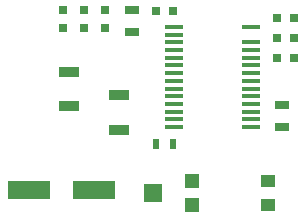
<source format=gbr>
G04 #@! TF.FileFunction,Paste,Top*
%FSLAX45Y45*%
G04 Gerber Fmt 4.5, Leading zero omitted, Abs format (unit mm)*
G04 Created by KiCad (PCBNEW 4.0.1-stable) date 12-Feb-16 11:08:01 AM*
%MOMM*%
G01*
G04 APERTURE LIST*
%ADD10C,0.100000*%
%ADD11R,1.550000X0.300000*%
%ADD12R,0.800000X0.750000*%
%ADD13R,1.300000X0.700000*%
%ADD14R,0.750000X0.800000*%
%ADD15R,3.599180X1.600200*%
%ADD16R,0.500000X0.900000*%
%ADD17R,1.250000X1.000000*%
%ADD18R,1.200000X1.200000*%
%ADD19R,1.500000X1.600000*%
%ADD20R,1.700000X0.900000*%
G04 APERTURE END LIST*
D10*
D11*
X2240500Y-279500D03*
X1580500Y-279500D03*
X1580500Y-344500D03*
X2240500Y-409500D03*
X1580500Y-409500D03*
X2240500Y-474500D03*
X1580500Y-474500D03*
X2240500Y-539500D03*
X1580500Y-539500D03*
X2240500Y-604500D03*
X1580500Y-604500D03*
X2240500Y-669500D03*
X1580500Y-669500D03*
X2240500Y-734500D03*
X1580500Y-734500D03*
X2240500Y-799500D03*
X1580500Y-799500D03*
X2240500Y-864500D03*
X1580500Y-864500D03*
X2240500Y-929500D03*
X1580500Y-929500D03*
X2240500Y-994500D03*
X1580500Y-994500D03*
X2240500Y-1059500D03*
X1580500Y-1059500D03*
X2240500Y-1124500D03*
X1580500Y-1124500D03*
D12*
X2453670Y-201350D03*
X2603670Y-201350D03*
D13*
X2495020Y-1128000D03*
X2495020Y-938000D03*
D12*
X2453670Y-537900D03*
X2603670Y-537900D03*
X2453670Y-369625D03*
X2603670Y-369625D03*
X1430120Y-141660D03*
X1580120Y-141660D03*
D14*
X641520Y-135240D03*
X641520Y-285240D03*
X821860Y-135240D03*
X821860Y-285240D03*
D13*
X1228260Y-323020D03*
X1228260Y-133020D03*
D14*
X999660Y-285240D03*
X999660Y-135240D03*
D15*
X352976Y-1660580D03*
X903140Y-1660580D03*
D16*
X1430020Y-1273000D03*
X1580020Y-1273000D03*
D17*
X2380000Y-1585000D03*
X2380000Y-1785000D03*
D18*
X1733600Y-1783440D03*
X1733600Y-1583440D03*
D19*
X1408600Y-1683440D03*
D20*
X695020Y-658000D03*
X695020Y-948000D03*
X1120020Y-858000D03*
X1120020Y-1148000D03*
M02*

</source>
